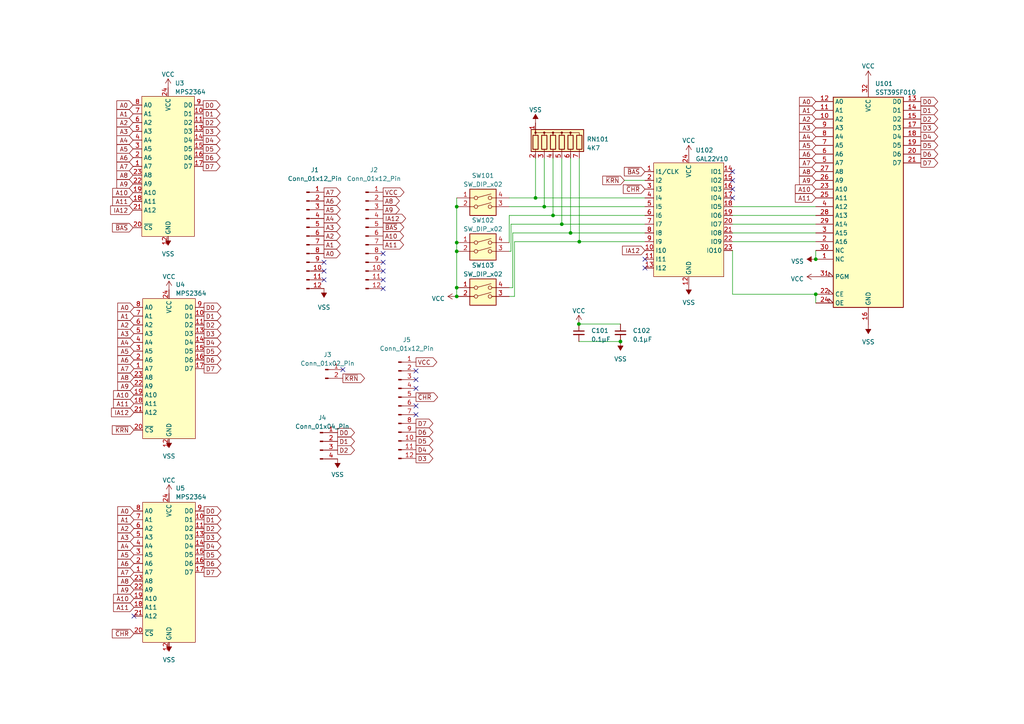
<source format=kicad_sch>
(kicad_sch (version 20230121) (generator eeschema)
  (paper "A4")
  (title_block (title "Commodore 64 326298 ROM Replacer / Selector") (date "2023-10-28") (rev "1.0") (company "Copyright (c) 2023 Jason R. Thorpe. See LICENSE."))
  (lib_symbols
    (symbol "Connector:Conn_01x02_Pin" (pin_names (offset 1.016) hide)
      (property "Reference" "J" (at 0 2.54 0))
      (property "Value" "Conn_01x02_Pin" (at 0 -5.08 0))
      (symbol "Conn_01x02_Pin_1_1"
        (polyline (pts (xy 1.27 -2.54) (xy 0.8636 -2.54)) (stroke (width 0.1524)))
        (polyline (pts (xy 1.27 0) (xy 0.8636 0)) (stroke (width 0.1524)))
        (rectangle (start 0.8636 -2.413) (end 0 -2.667) (stroke (width 0.1524)) (fill (type outline)))
        (rectangle (start 0.8636 0.127) (end 0 -0.127) (stroke (width 0.1524)) (fill (type outline)))
        (pin passive line (at 5.08 0 180) (length 3.81) (name "Pin_1") (number "1"))
        (pin passive line (at 5.08 -2.54 180) (length 3.81) (name "Pin_2") (number "2"))
      )
    )
    (symbol "Connector:Conn_01x04_Pin" (pin_names (offset 1.016) hide)
      (property "Reference" "J" (at 0 5.08 0))
      (property "Value" "Conn_01x04_Pin" (at 0 -7.62 0))
      (symbol "Conn_01x04_Pin_1_1"
        (polyline (pts (xy 1.27 -5.08) (xy 0.8636 -5.08)) (stroke (width 0.1524)))
        (polyline (pts (xy 1.27 -2.54) (xy 0.8636 -2.54)) (stroke (width 0.1524)))
        (polyline (pts (xy 1.27 0) (xy 0.8636 0)) (stroke (width 0.1524)))
        (polyline (pts (xy 1.27 2.54) (xy 0.8636 2.54)) (stroke (width 0.1524)))
        (rectangle (start 0.8636 -4.953) (end 0 -5.207) (stroke (width 0.1524)) (fill (type outline)))
        (rectangle (start 0.8636 -2.413) (end 0 -2.667) (stroke (width 0.1524)) (fill (type outline)))
        (rectangle (start 0.8636 0.127) (end 0 -0.127) (stroke (width 0.1524)) (fill (type outline)))
        (rectangle (start 0.8636 2.667) (end 0 2.413) (stroke (width 0.1524)) (fill (type outline)))
        (pin passive line (at 5.08 2.54 180) (length 3.81) (name "Pin_1") (number "1"))
        (pin passive line (at 5.08 0 180) (length 3.81) (name "Pin_2") (number "2"))
        (pin passive line (at 5.08 -2.54 180) (length 3.81) (name "Pin_3") (number "3"))
        (pin passive line (at 5.08 -5.08 180) (length 3.81) (name "Pin_4") (number "4"))
      )
    )
    (symbol "Connector:Conn_01x12_Pin" (pin_names (offset 1.016) hide)
      (property "Reference" "J" (at 0 15.24 0))
      (property "Value" "Conn_01x12_Pin" (at 0 -17.78 0))
      (symbol "Conn_01x12_Pin_1_1"
        (polyline (pts (xy 1.27 -15.24) (xy 0.8636 -15.24)) (stroke (width 0.1524)))
        (polyline (pts (xy 1.27 -12.7) (xy 0.8636 -12.7)) (stroke (width 0.1524)))
        (polyline (pts (xy 1.27 -10.16) (xy 0.8636 -10.16)) (stroke (width 0.1524)))
        (polyline (pts (xy 1.27 -7.62) (xy 0.8636 -7.62)) (stroke (width 0.1524)))
        (polyline (pts (xy 1.27 -5.08) (xy 0.8636 -5.08)) (stroke (width 0.1524)))
        (polyline (pts (xy 1.27 -2.54) (xy 0.8636 -2.54)) (stroke (width 0.1524)))
        (polyline (pts (xy 1.27 0) (xy 0.8636 0)) (stroke (width 0.1524)))
        (polyline (pts (xy 1.27 2.54) (xy 0.8636 2.54)) (stroke (width 0.1524)))
        (polyline (pts (xy 1.27 5.08) (xy 0.8636 5.08)) (stroke (width 0.1524)))
        (polyline (pts (xy 1.27 7.62) (xy 0.8636 7.62)) (stroke (width 0.1524)))
        (polyline (pts (xy 1.27 10.16) (xy 0.8636 10.16)) (stroke (width 0.1524)))
        (polyline (pts (xy 1.27 12.7) (xy 0.8636 12.7)) (stroke (width 0.1524)))
        (rectangle (start 0.8636 -15.113) (end 0 -15.367) (stroke (width 0.1524)) (fill (type outline)))
        (rectangle (start 0.8636 -12.573) (end 0 -12.827) (stroke (width 0.1524)) (fill (type outline)))
        (rectangle (start 0.8636 -10.033) (end 0 -10.287) (stroke (width 0.1524)) (fill (type outline)))
        (rectangle (start 0.8636 -7.493) (end 0 -7.747) (stroke (width 0.1524)) (fill (type outline)))
        (rectangle (start 0.8636 -4.953) (end 0 -5.207) (stroke (width 0.1524)) (fill (type outline)))
        (rectangle (start 0.8636 -2.413) (end 0 -2.667) (stroke (width 0.1524)) (fill (type outline)))
        (rectangle (start 0.8636 0.127) (end 0 -0.127) (stroke (width 0.1524)) (fill (type outline)))
        (rectangle (start 0.8636 2.667) (end 0 2.413) (stroke (width 0.1524)) (fill (type outline)))
        (rectangle (start 0.8636 5.207) (end 0 4.953) (stroke (width 0.1524)) (fill (type outline)))
        (rectangle (start 0.8636 7.747) (end 0 7.493) (stroke (width 0.1524)) (fill (type outline)))
        (rectangle (start 0.8636 10.287) (end 0 10.033) (stroke (width 0.1524)) (fill (type outline)))
        (rectangle (start 0.8636 12.827) (end 0 12.573) (stroke (width 0.1524)) (fill (type outline)))
        (pin passive line (at 5.08 12.7 180) (length 3.81) (name "Pin_1") (number "1"))
        (pin passive line (at 5.08 -10.16 180) (length 3.81) (name "Pin_10") (number "10"))
        (pin passive line (at 5.08 -12.7 180) (length 3.81) (name "Pin_11") (number "11"))
        (pin passive line (at 5.08 -15.24 180) (length 3.81) (name "Pin_12") (number "12"))
        (pin passive line (at 5.08 10.16 180) (length 3.81) (name "Pin_2") (number "2"))
        (pin passive line (at 5.08 7.62 180) (length 3.81) (name "Pin_3") (number "3"))
        (pin passive line (at 5.08 5.08 180) (length 3.81) (name "Pin_4") (number "4"))
        (pin passive line (at 5.08 2.54 180) (length 3.81) (name "Pin_5") (number "5"))
        (pin passive line (at 5.08 0 180) (length 3.81) (name "Pin_6") (number "6"))
        (pin passive line (at 5.08 -2.54 180) (length 3.81) (name "Pin_7") (number "7"))
        (pin passive line (at 5.08 -5.08 180) (length 3.81) (name "Pin_8") (number "8"))
        (pin passive line (at 5.08 -7.62 180) (length 3.81) (name "Pin_9") (number "9"))
      )
    )
    (symbol "Device:C_Small" (pin_numbers hide) (pin_names (offset 0.254) hide)
      (property "Reference" "C" (at 0.254 1.778 0))
      (property "Value" "C_Small" (at 0.254 -2.032 0))
      (symbol "C_Small_0_1"
        (polyline (pts (xy -1.524 -0.508) (xy 1.524 -0.508)) (stroke (width 0.3302)))
        (polyline (pts (xy -1.524 0.508) (xy 1.524 0.508)) (stroke (width 0.3048)))
      )
      (symbol "C_Small_1_1"
        (pin passive line (at 0 2.54 270) (length 2.032) (name "~") (number "1"))
        (pin passive line (at 0 -2.54 90) (length 2.032) (name "~") (number "2"))
      )
    )
    (symbol "Device:R_Network06" (pin_names (offset 0) hide)
      (property "Reference" "RN" (at -10.16 0 90))
      (property "Value" "R_Network06" (at 7.62 0 90))
      (symbol "R_Network06_0_1"
        (rectangle (start -8.89 -3.175) (end 6.35 3.175) (stroke (width 0.254)) (fill (type background)))
        (rectangle (start -8.382 1.524) (end -6.858 -2.54) (stroke (width 0.254)))
        (circle (center -7.62 2.286) (radius 0.254) (fill (type outline)))
        (rectangle (start -5.842 1.524) (end -4.318 -2.54) (stroke (width 0.254)))
        (circle (center -5.08 2.286) (radius 0.254) (fill (type outline)))
        (rectangle (start -3.302 1.524) (end -1.778 -2.54) (stroke (width 0.254)))
        (circle (center -2.54 2.286) (radius 0.254) (fill (type outline)))
        (rectangle (start -0.762 1.524) (end 0.762 -2.54) (stroke (width 0.254)))
        (polyline (pts (xy -7.62 -2.54) (xy -7.62 -3.81)))
        (polyline (pts (xy -5.08 -2.54) (xy -5.08 -3.81)))
        (polyline (pts (xy -2.54 -2.54) (xy -2.54 -3.81)))
        (polyline (pts (xy 0 -2.54) (xy 0 -3.81)))
        (polyline (pts (xy 2.54 -2.54) (xy 2.54 -3.81)))
        (polyline (pts (xy 5.08 -2.54) (xy 5.08 -3.81)))
        (polyline (pts (xy -7.62 1.524) (xy -7.62 2.286) (xy -5.08 2.286) (xy -5.08 1.524)))
        (polyline (pts (xy -5.08 1.524) (xy -5.08 2.286) (xy -2.54 2.286) (xy -2.54 1.524)))
        (polyline (pts (xy -2.54 1.524) (xy -2.54 2.286) (xy 0 2.286) (xy 0 1.524)))
        (polyline (pts (xy 0 1.524) (xy 0 2.286) (xy 2.54 2.286) (xy 2.54 1.524)))
        (polyline (pts (xy 2.54 1.524) (xy 2.54 2.286) (xy 5.08 2.286) (xy 5.08 1.524)))
        (circle (center 0 2.286) (radius 0.254) (fill (type outline)))
        (rectangle (start 1.778 1.524) (end 3.302 -2.54) (stroke (width 0.254)))
        (circle (center 2.54 2.286) (radius 0.254) (fill (type outline)))
        (rectangle (start 4.318 1.524) (end 5.842 -2.54) (stroke (width 0.254)))
      )
      (symbol "R_Network06_1_1"
        (pin passive line (at -7.62 5.08 270) (length 2.54) (name "common") (number "1"))
        (pin passive line (at -7.62 -5.08 90) (length 1.27) (name "R1") (number "2"))
        (pin passive line (at -5.08 -5.08 90) (length 1.27) (name "R2") (number "3"))
        (pin passive line (at -2.54 -5.08 90) (length 1.27) (name "R3") (number "4"))
        (pin passive line (at 0 -5.08 90) (length 1.27) (name "R4") (number "5"))
        (pin passive line (at 2.54 -5.08 90) (length 1.27) (name "R5") (number "6"))
        (pin passive line (at 5.08 -5.08 90) (length 1.27) (name "R6") (number "7"))
      )
    )
    (symbol "Memory_Flash:SST39SF010"
      (property "Reference" "U" (at 2.54 33.02 0))
      (property "Value" "SST39SF010" (at 0 -30.48 0))
      (symbol "SST39SF010_0_0"
        (pin power_in line (at 0 -34.29 90) (length 5.08) (name "GND") (number "16"))
        (pin power_in line (at 0 36.83 270) (length 5.08) (name "VCC") (number "32"))
      )
      (symbol "SST39SF010_0_1"
        (rectangle (start -10.16 31.75) (end 10.16 -29.21) (stroke (width 0.254)) (fill (type background)))
      )
      (symbol "SST39SF010_1_1"
        (pin input line (at -15.24 -15.24 0) (length 5.08) (name "NC") (number "1"))
        (pin input line (at -15.24 25.4 0) (length 5.08) (name "A2") (number "10"))
        (pin input line (at -15.24 27.94 0) (length 5.08) (name "A1") (number "11"))
        (pin input line (at -15.24 30.48 0) (length 5.08) (name "A0") (number "12"))
        (pin tri_state line (at 15.24 30.48 180) (length 5.08) (name "D0") (number "13"))
        (pin tri_state line (at 15.24 27.94 180) (length 5.08) (name "D1") (number "14"))
        (pin tri_state line (at 15.24 25.4 180) (length 5.08) (name "D2") (number "15"))
        (pin tri_state line (at 15.24 22.86 180) (length 5.08) (name "D3") (number "17"))
        (pin tri_state line (at 15.24 20.32 180) (length 5.08) (name "D4") (number "18"))
        (pin tri_state line (at 15.24 17.78 180) (length 5.08) (name "D5") (number "19"))
        (pin input line (at -15.24 -10.16 0) (length 5.08) (name "A16") (number "2"))
        (pin tri_state line (at 15.24 15.24 180) (length 5.08) (name "D6") (number "20"))
        (pin tri_state line (at 15.24 12.7 180) (length 5.08) (name "D7") (number "21"))
        (pin input input_low (at -15.24 -25.4 0) (length 5.08) (name "CE") (number "22"))
        (pin input line (at -15.24 5.08 0) (length 5.08) (name "A10") (number "23"))
        (pin input input_low (at -15.24 -27.94 0) (length 5.08) (name "OE") (number "24"))
        (pin input line (at -15.24 2.54 0) (length 5.08) (name "A11") (number "25"))
        (pin input line (at -15.24 7.62 0) (length 5.08) (name "A9") (number "26"))
        (pin input line (at -15.24 10.16 0) (length 5.08) (name "A8") (number "27"))
        (pin input line (at -15.24 -2.54 0) (length 5.08) (name "A13") (number "28"))
        (pin input line (at -15.24 -5.08 0) (length 5.08) (name "A14") (number "29"))
        (pin input line (at -15.24 -7.62 0) (length 5.08) (name "A15") (number "3"))
        (pin input line (at -15.24 -12.7 0) (length 5.08) (name "NC") (number "30"))
        (pin input input_low (at -15.24 -20.32 0) (length 5.08) (name "PGM") (number "31"))
        (pin input line (at -15.24 0 0) (length 5.08) (name "A12") (number "4"))
        (pin input line (at -15.24 12.7 0) (length 5.08) (name "A7") (number "5"))
        (pin input line (at -15.24 15.24 0) (length 5.08) (name "A6") (number "6"))
        (pin input line (at -15.24 17.78 0) (length 5.08) (name "A5") (number "7"))
        (pin input line (at -15.24 20.32 0) (length 5.08) (name "A4") (number "8"))
        (pin input line (at -15.24 22.86 0) (length 5.08) (name "A3") (number "9"))
      )
    )
    (symbol "Switch:SW_DIP_x02" (pin_names (offset 0) hide)
      (property "Reference" "SW" (at 0 6.35 0))
      (property "Value" "SW_DIP_x02" (at 0 -3.81 0))
      (symbol "SW_DIP_x02_0_0"
        (circle (center -2.032 0) (radius 0.508))
        (circle (center -2.032 2.54) (radius 0.508))
        (polyline (pts (xy -1.524 0.127) (xy 2.3622 1.1684)))
        (polyline (pts (xy -1.524 2.667) (xy 2.3622 3.7084)))
        (circle (center 2.032 0) (radius 0.508))
        (circle (center 2.032 2.54) (radius 0.508))
      )
      (symbol "SW_DIP_x02_0_1"
        (rectangle (start -3.81 5.08) (end 3.81 -2.54) (stroke (width 0.254)) (fill (type background)))
      )
      (symbol "SW_DIP_x02_1_1"
        (pin passive line (at -7.62 2.54 0) (length 5.08) (name "~") (number "1"))
        (pin passive line (at -7.62 0 0) (length 5.08) (name "~") (number "2"))
        (pin passive line (at 7.62 0 180) (length 5.08) (name "~") (number "3"))
        (pin passive line (at 7.62 2.54 180) (length 5.08) (name "~") (number "4"))
      )
    )
    (symbol "jrt-ICs:GAL22V10" (pin_names (offset 0.5))
      (property "Reference" "U" (at 2.54 20.32 0))
      (property "Value" "GAL22V10" (at 0 0 0))
      (symbol "GAL22V10_1_1"
        (rectangle (start -10.16 16.51) (end 10.16 -16.51) (fill (type background)))
        (pin input line (at -12.7 13.97 0) (length 2.54) (name "I1/CLK") (number "1"))
        (pin input line (at -12.7 -8.89 0) (length 2.54) (name "I10") (number "10"))
        (pin input line (at -12.7 -11.43 0) (length 2.54) (name "I11") (number "11"))
        (pin power_in line (at 0 -19.05 90) (length 2.54) (name "GND") (number "12"))
        (pin input line (at -12.7 -13.97 0) (length 2.54) (name "I12") (number "13"))
        (pin tri_state line (at 12.7 13.97 180) (length 2.54) (name "IO1") (number "14"))
        (pin tri_state line (at 12.7 11.43 180) (length 2.54) (name "IO2") (number "15"))
        (pin tri_state line (at 12.7 8.89 180) (length 2.54) (name "IO3") (number "16"))
        (pin tri_state line (at 12.7 6.35 180) (length 2.54) (name "IO4") (number "17"))
        (pin tri_state line (at 12.7 3.81 180) (length 2.54) (name "IO5") (number "18"))
        (pin tri_state line (at 12.7 1.27 180) (length 2.54) (name "IO6") (number "19"))
        (pin input line (at -12.7 11.43 0) (length 2.54) (name "I2") (number "2"))
        (pin tri_state line (at 12.7 -1.27 180) (length 2.54) (name "IO7") (number "20"))
        (pin tri_state line (at 12.7 -3.81 180) (length 2.54) (name "IO8") (number "21"))
        (pin tri_state line (at 12.7 -6.35 180) (length 2.54) (name "IO9") (number "22"))
        (pin tri_state line (at 12.7 -8.89 180) (length 2.54) (name "IO10") (number "23"))
        (pin power_in line (at 0 19.05 270) (length 2.54) (name "VCC") (number "24"))
        (pin input line (at -12.7 8.89 0) (length 2.54) (name "I3") (number "3"))
        (pin input line (at -12.7 6.35 0) (length 2.54) (name "I4") (number "4"))
        (pin input line (at -12.7 3.81 0) (length 2.54) (name "I5") (number "5"))
        (pin input line (at -12.7 1.27 0) (length 2.54) (name "I6") (number "6"))
        (pin input line (at -12.7 -1.27 0) (length 2.54) (name "I7") (number "7"))
        (pin input line (at -12.7 -3.81 0) (length 2.54) (name "I8") (number "8"))
        (pin input line (at -12.7 -6.35 0) (length 2.54) (name "I9") (number "9"))
      )
    )
    (symbol "jrt-ICs:MPS2364"
      (property "Reference" "U" (at 7.62 22.86 0))
      (property "Value" "MPS2364" (at 7.62 20.32 0))
      (symbol "MPS2364_1_1"
        (rectangle (start -7.62 17.78) (end 7.62 -22.86) (fill (type background)))
        (pin input line (at -10.16 -2.54 0) (length 2.54) (name "A7") (number "1"))
        (pin output line (at 10.16 12.7 180) (length 2.54) (name "D1") (number "10"))
        (pin output line (at 10.16 10.16 180) (length 2.54) (name "D2") (number "11"))
        (pin power_in line (at 0 -25.4 90) (length 2.54) (name "GND") (number "12"))
        (pin output line (at 10.16 7.62 180) (length 2.54) (name "D3") (number "13"))
        (pin output line (at 10.16 5.08 180) (length 2.54) (name "D4") (number "14"))
        (pin output line (at 10.16 2.54 180) (length 2.54) (name "D5") (number "15"))
        (pin output line (at 10.16 0 180) (length 2.54) (name "D6") (number "16"))
        (pin output line (at 10.16 -2.54 180) (length 2.54) (name "D7") (number "17"))
        (pin input line (at -10.16 -12.7 0) (length 2.54) (name "A11") (number "18"))
        (pin input line (at -10.16 -10.16 0) (length 2.54) (name "A10") (number "19"))
        (pin input line (at -10.16 0 0) (length 2.54) (name "A6") (number "2"))
        (pin input line (at -10.16 -20.32 0) (length 2.54) (name "~{CS}") (number "20"))
        (pin input line (at -10.16 -15.24 0) (length 2.54) (name "A12") (number "21"))
        (pin input line (at -10.16 -7.62 0) (length 2.54) (name "A9") (number "22"))
        (pin input line (at -10.16 -5.08 0) (length 2.54) (name "A8") (number "23"))
        (pin power_in line (at 0 20.32 270) (length 2.54) (name "VCC") (number "24"))
        (pin input line (at -10.16 2.54 0) (length 2.54) (name "A5") (number "3"))
        (pin input line (at -10.16 5.08 0) (length 2.54) (name "A4") (number "4"))
        (pin input line (at -10.16 7.62 0) (length 2.54) (name "A3") (number "5"))
        (pin input line (at -10.16 10.16 0) (length 2.54) (name "A2") (number "6"))
        (pin input line (at -10.16 12.7 0) (length 2.54) (name "A1") (number "7"))
        (pin input line (at -10.16 15.24 0) (length 2.54) (name "A0") (number "8"))
        (pin output line (at 10.16 15.24 180) (length 2.54) (name "D0") (number "9"))
      )
    )
    (symbol "power:VCC" (power) (pin_names (offset 0))
      (property "Value" "VCC" (at 0 3.81 0))
      (symbol "VCC_0_1"
        (polyline (pts (xy -0.762 1.27) (xy 0 2.54)))
        (polyline (pts (xy 0 0) (xy 0 2.54)))
        (polyline (pts (xy 0 2.54) (xy 0.762 1.27)))
      )
      (symbol "VCC_1_1"
        (pin power_in line (at 0 0 90) (length 0) hide (name "VCC") (number "1"))
      )
    )
    (symbol "power:VSS" (power) (pin_names (offset 0))
      (property "Value" "VSS" (at 0 3.81 0))
      (symbol "VSS_0_1"
        (polyline (pts (xy 0 0) (xy 0 2.54)))
        (polyline (pts (xy 0.762 1.27) (xy -0.762 1.27) (xy 0 2.54) (xy 0.762 1.27)) (fill (type outline)))
      )
      (symbol "VSS_1_1"
        (pin power_in line (at 0 0 90) (length 0) hide (name "VSS") (number "1"))
      )
    )
  )
  (junction (at 179.959 99.06))
  (junction (at 236.601 75.184))
  (junction (at 167.894 93.98))
  (junction (at 132.461 83.439))
  (junction (at 168.021 70.104))
  (junction (at 165.481 67.564))
  (junction (at 236.601 85.344))
  (junction (at 160.401 62.484))
  (junction (at 132.461 70.358))
  (junction (at 162.941 65.024))
  (junction (at 132.461 72.898))
  (junction (at 155.321 57.404))
  (junction (at 132.461 59.944))
  (junction (at 157.861 59.944))
  (junction (at 132.461 85.979))
  (no_connect (at 187.071 77.724))
  (no_connect (at 212.471 54.864))
  (no_connect (at 111.125 73.533))
  (no_connect (at 111.125 83.693))
  (no_connect (at 93.98 78.613))
  (no_connect (at 120.65 117.729))
  (no_connect (at 93.98 76.073))
  (no_connect (at 111.125 76.073))
  (no_connect (at 111.125 78.613))
  (no_connect (at 120.65 110.109))
  (no_connect (at 212.471 49.784))
  (no_connect (at 99.441 107.188))
  (no_connect (at 187.071 75.184))
  (no_connect (at 212.471 52.324))
  (no_connect (at 120.65 107.569))
  (no_connect (at 212.471 57.404))
  (no_connect (at 120.65 120.269))
  (no_connect (at 93.98 81.153))
  (no_connect (at 38.862 178.689))
  (no_connect (at 120.65 112.649))
  (no_connect (at 111.125 81.153))
  (wire (pts (xy 236.601 85.344) (xy 236.601 87.884)))
  (wire (pts (xy 212.471 65.024) (xy 236.601 65.024)))
  (wire (pts (xy 165.481 45.847) (xy 165.481 67.564)))
  (wire (pts (xy 147.701 62.484) (xy 160.401 62.484)))
  (wire (pts (xy 160.401 45.847) (xy 160.401 62.484)))
  (wire (pts (xy 212.471 70.104) (xy 236.601 70.104)))
  (wire (pts (xy 165.481 67.564) (xy 187.071 67.564)))
  (wire (pts (xy 162.941 45.847) (xy 162.941 65.024)))
  (wire (pts (xy 149.225 70.104) (xy 168.021 70.104)))
  (wire (pts (xy 212.471 59.944) (xy 236.601 59.944)))
  (wire (pts (xy 147.701 70.358) (xy 147.701 62.484)))
  (wire (pts (xy 149.225 85.979) (xy 149.225 70.104)))
  (wire (pts (xy 147.701 57.404) (xy 155.321 57.404)))
  (wire (pts (xy 148.717 67.564) (xy 165.481 67.564)))
  (wire (pts (xy 212.471 72.644) (xy 212.471 85.344)))
  (wire (pts (xy 132.461 70.358) (xy 132.461 72.898)))
  (wire (pts (xy 147.701 85.979) (xy 149.225 85.979)))
  (wire (pts (xy 148.209 65.024) (xy 162.941 65.024)))
  (wire (pts (xy 148.209 72.898) (xy 148.209 65.024)))
  (wire (pts (xy 212.471 67.564) (xy 236.601 67.564)))
  (wire (pts (xy 148.717 83.439) (xy 148.717 67.564)))
  (wire (pts (xy 167.894 93.98) (xy 179.959 93.98)))
  (wire (pts (xy 160.401 62.484) (xy 187.071 62.484)))
  (wire (pts (xy 157.861 45.847) (xy 157.861 59.944)))
  (wire (pts (xy 132.461 83.439) (xy 132.461 85.979)))
  (wire (pts (xy 181.102 52.324) (xy 187.071 52.324)))
  (wire (pts (xy 168.021 70.104) (xy 187.071 70.104)))
  (wire (pts (xy 132.461 72.898) (xy 132.461 83.439)))
  (wire (pts (xy 132.461 57.404) (xy 132.461 59.944)))
  (wire (pts (xy 168.021 45.847) (xy 168.021 70.104)))
  (wire (pts (xy 157.861 59.944) (xy 187.071 59.944)))
  (wire (pts (xy 155.321 57.404) (xy 187.071 57.404)))
  (wire (pts (xy 236.601 72.644) (xy 236.601 75.184)))
  (wire (pts (xy 132.461 59.944) (xy 132.461 70.358)))
  (wire (pts (xy 167.894 99.06) (xy 179.959 99.06)))
  (wire (pts (xy 147.701 59.944) (xy 157.861 59.944)))
  (wire (pts (xy 147.701 83.439) (xy 148.717 83.439)))
  (wire (pts (xy 212.471 62.484) (xy 236.601 62.484)))
  (wire (pts (xy 162.941 65.024) (xy 187.071 65.024)))
  (wire (pts (xy 212.471 85.344) (xy 236.601 85.344)))
  (wire (pts (xy 155.321 45.847) (xy 155.321 57.404)))
  (wire (pts (xy 147.701 72.898) (xy 148.209 72.898)))
  (global_label "A8" (shape input) (at 38.862 168.529 180) (property "Intersheetrefs" "${INTERSHEET_REFS}" (effects hide)))
  (global_label "~{BAS}" (shape output) (at 111.125 65.913 0) (property "Intersheetrefs" "${INTERSHEET_REFS}" (effects hide)))
  (global_label "~{KRN}" (shape output) (at 99.441 109.728 0) (property "Intersheetrefs" "${INTERSHEET_REFS}" (effects hide)))
  (global_label "A5" (shape output) (at 93.98 60.833 0) (property "Intersheetrefs" "${INTERSHEET_REFS}" (effects hide)))
  (global_label "D3" (shape output) (at 59.182 96.774 0) (property "Intersheetrefs" "${INTERSHEET_REFS}" (effects hide)))
  (global_label "D5" (shape output) (at 59.182 160.909 0) (property "Intersheetrefs" "${INTERSHEET_REFS}" (effects hide)))
  (global_label "D7" (shape output) (at 267.081 47.244 0) (property "Intersheetrefs" "${INTERSHEET_REFS}" (effects hide)))
  (global_label "A1" (shape input) (at 38.862 150.749 180) (property "Intersheetrefs" "${INTERSHEET_REFS}" (effects hide)))
  (global_label "D2" (shape output) (at 58.928 35.56 0) (property "Intersheetrefs" "${INTERSHEET_REFS}" (effects hide)))
  (global_label "D1" (shape output) (at 58.928 33.02 0) (property "Intersheetrefs" "${INTERSHEET_REFS}" (effects hide)))
  (global_label "D0" (shape output) (at 58.928 30.48 0) (property "Intersheetrefs" "${INTERSHEET_REFS}" (effects hide)))
  (global_label "VCC" (shape output) (at 120.65 105.029 0) (property "Intersheetrefs" "${INTERSHEET_REFS}" (effects hide)))
  (global_label "D5" (shape output) (at 59.182 101.854 0) (property "Intersheetrefs" "${INTERSHEET_REFS}" (effects hide)))
  (global_label "A2" (shape input) (at 38.608 35.56 180) (property "Intersheetrefs" "${INTERSHEET_REFS}" (effects hide)))
  (global_label "A7" (shape input) (at 38.608 48.26 180) (property "Intersheetrefs" "${INTERSHEET_REFS}" (effects hide)))
  (global_label "A2" (shape input) (at 236.601 34.544 180) (property "Intersheetrefs" "${INTERSHEET_REFS}" (effects hide)))
  (global_label "D2" (shape output) (at 59.182 94.234 0) (property "Intersheetrefs" "${INTERSHEET_REFS}" (effects hide)))
  (global_label "A9" (shape output) (at 111.125 60.833 0) (property "Intersheetrefs" "${INTERSHEET_REFS}" (effects hide)))
  (global_label "D7" (shape output) (at 59.182 165.989 0) (property "Intersheetrefs" "${INTERSHEET_REFS}" (effects hide)))
  (global_label "D1" (shape output) (at 59.182 91.694 0) (property "Intersheetrefs" "${INTERSHEET_REFS}" (effects hide)))
  (global_label "A0" (shape input) (at 236.601 29.464 180) (property "Intersheetrefs" "${INTERSHEET_REFS}" (effects hide)))
  (global_label "A4" (shape input) (at 38.862 158.369 180) (property "Intersheetrefs" "${INTERSHEET_REFS}" (effects hide)))
  (global_label "A0" (shape input) (at 38.862 89.154 180) (property "Intersheetrefs" "${INTERSHEET_REFS}" (effects hide)))
  (global_label "A1" (shape input) (at 236.601 32.004 180) (property "Intersheetrefs" "${INTERSHEET_REFS}" (effects hide)))
  (global_label "D4" (shape output) (at 59.182 99.314 0) (property "Intersheetrefs" "${INTERSHEET_REFS}" (effects hide)))
  (global_label "A5" (shape input) (at 38.862 160.909 180) (property "Intersheetrefs" "${INTERSHEET_REFS}" (effects hide)))
  (global_label "A7" (shape input) (at 38.862 106.934 180) (property "Intersheetrefs" "${INTERSHEET_REFS}" (effects hide)))
  (global_label "D0" (shape output) (at 59.182 89.154 0) (property "Intersheetrefs" "${INTERSHEET_REFS}" (effects hide)))
  (global_label "A9" (shape input) (at 236.601 52.324 180) (property "Intersheetrefs" "${INTERSHEET_REFS}" (effects hide)))
  (global_label "A7" (shape input) (at 236.601 47.244 180) (property "Intersheetrefs" "${INTERSHEET_REFS}" (effects hide)))
  (global_label "~{CHR}" (shape output) (at 120.65 115.189 0) (property "Intersheetrefs" "${INTERSHEET_REFS}" (effects hide)))
  (global_label "D6" (shape output) (at 58.928 45.72 0) (property "Intersheetrefs" "${INTERSHEET_REFS}" (effects hide)))
  (global_label "A6" (shape input) (at 38.862 104.394 180) (property "Intersheetrefs" "${INTERSHEET_REFS}" (effects hide)))
  (global_label "D3" (shape output) (at 59.182 155.829 0) (property "Intersheetrefs" "${INTERSHEET_REFS}" (effects hide)))
  (global_label "D3" (shape output) (at 267.081 37.084 0) (property "Intersheetrefs" "${INTERSHEET_REFS}" (effects hide)))
  (global_label "D5" (shape output) (at 58.928 43.18 0) (property "Intersheetrefs" "${INTERSHEET_REFS}" (effects hide)))
  (global_label "D1" (shape output) (at 97.917 128.016 0) (property "Intersheetrefs" "${INTERSHEET_REFS}" (effects hide)))
  (global_label "A11" (shape input) (at 236.601 57.404 180) (property "Intersheetrefs" "${INTERSHEET_REFS}" (effects hide)))
  (global_label "D6" (shape output) (at 120.65 125.349 0) (property "Intersheetrefs" "${INTERSHEET_REFS}" (effects hide)))
  (global_label "IA12" (shape input) (at 38.608 60.96 180) (property "Intersheetrefs" "${INTERSHEET_REFS}" (effects hide)))
  (global_label "A5" (shape input) (at 38.608 43.18 180) (property "Intersheetrefs" "${INTERSHEET_REFS}" (effects hide)))
  (global_label "D6" (shape output) (at 59.182 104.394 0) (property "Intersheetrefs" "${INTERSHEET_REFS}" (effects hide)))
  (global_label "A9" (shape input) (at 38.862 112.014 180) (property "Intersheetrefs" "${INTERSHEET_REFS}" (effects hide)))
  (global_label "D2" (shape output) (at 59.182 153.289 0) (property "Intersheetrefs" "${INTERSHEET_REFS}" (effects hide)))
  (global_label "A7" (shape output) (at 93.98 55.753 0) (property "Intersheetrefs" "${INTERSHEET_REFS}" (effects hide)))
  (global_label "D6" (shape output) (at 267.081 44.704 0) (property "Intersheetrefs" "${INTERSHEET_REFS}" (effects hide)))
  (global_label "D7" (shape output) (at 58.928 48.26 0) (property "Intersheetrefs" "${INTERSHEET_REFS}" (effects hide)))
  (global_label "A6" (shape input) (at 236.601 44.704 180) (property "Intersheetrefs" "${INTERSHEET_REFS}" (effects hide)))
  (global_label "D5" (shape output) (at 267.081 42.164 0) (property "Intersheetrefs" "${INTERSHEET_REFS}" (effects hide)))
  (global_label "A5" (shape input) (at 236.601 42.164 180) (property "Intersheetrefs" "${INTERSHEET_REFS}" (effects hide)))
  (global_label "D1" (shape output) (at 267.081 32.004 0) (property "Intersheetrefs" "${INTERSHEET_REFS}" (effects hide)))
  (global_label "D4" (shape output) (at 267.081 39.624 0) (property "Intersheetrefs" "${INTERSHEET_REFS}" (effects hide)))
  (global_label "A10" (shape input) (at 38.608 55.88 180) (property "Intersheetrefs" "${INTERSHEET_REFS}" (effects hide)))
  (global_label "D0" (shape output) (at 267.081 29.464 0) (property "Intersheetrefs" "${INTERSHEET_REFS}" (effects hide)))
  (global_label "~{KRN}" (shape input) (at 181.102 52.324 180) (property "Intersheetrefs" "${INTERSHEET_REFS}" (effects hide)))
  (global_label "D4" (shape output) (at 120.65 130.429 0) (property "Intersheetrefs" "${INTERSHEET_REFS}" (effects hide)))
  (global_label "A6" (shape output) (at 93.98 58.293 0) (property "Intersheetrefs" "${INTERSHEET_REFS}" (effects hide)))
  (global_label "A0" (shape input) (at 38.608 30.48 180) (property "Intersheetrefs" "${INTERSHEET_REFS}" (effects hide)))
  (global_label "A11" (shape output) (at 111.125 70.993 0) (property "Intersheetrefs" "${INTERSHEET_REFS}" (effects hide)))
  (global_label "A3" (shape input) (at 38.862 96.774 180) (property "Intersheetrefs" "${INTERSHEET_REFS}" (effects hide)))
  (global_label "IA12" (shape input) (at 38.862 119.634 180) (property "Intersheetrefs" "${INTERSHEET_REFS}" (effects hide)))
  (global_label "D4" (shape output) (at 58.928 40.64 0) (property "Intersheetrefs" "${INTERSHEET_REFS}" (effects hide)))
  (global_label "A8" (shape input) (at 38.862 109.474 180) (property "Intersheetrefs" "${INTERSHEET_REFS}" (effects hide)))
  (global_label "A0" (shape output) (at 93.98 73.533 0) (property "Intersheetrefs" "${INTERSHEET_REFS}" (effects hide)))
  (global_label "A3" (shape output) (at 93.98 65.913 0) (property "Intersheetrefs" "${INTERSHEET_REFS}" (effects hide)))
  (global_label "D5" (shape output) (at 120.65 127.889 0) (property "Intersheetrefs" "${INTERSHEET_REFS}" (effects hide)))
  (global_label "A2" (shape input) (at 38.862 94.234 180) (property "Intersheetrefs" "${INTERSHEET_REFS}" (effects hide)))
  (global_label "A4" (shape input) (at 38.608 40.64 180) (property "Intersheetrefs" "${INTERSHEET_REFS}" (effects hide)))
  (global_label "A4" (shape input) (at 38.862 99.314 180) (property "Intersheetrefs" "${INTERSHEET_REFS}" (effects hide)))
  (global_label "A11" (shape input) (at 38.862 117.094 180) (property "Intersheetrefs" "${INTERSHEET_REFS}" (effects hide)))
  (global_label "A8" (shape input) (at 236.601 49.784 180) (property "Intersheetrefs" "${INTERSHEET_REFS}" (effects hide)))
  (global_label "A3" (shape input) (at 38.862 155.829 180) (property "Intersheetrefs" "${INTERSHEET_REFS}" (effects hide)))
  (global_label "A10" (shape input) (at 38.862 114.554 180) (property "Intersheetrefs" "${INTERSHEET_REFS}" (effects hide)))
  (global_label "~{BAS}" (shape input) (at 187.071 49.784 180) (property "Intersheetrefs" "${INTERSHEET_REFS}" (effects hide)))
  (global_label "VCC" (shape output) (at 111.125 55.753 0) (property "Intersheetrefs" "${INTERSHEET_REFS}" (effects hide)))
  (global_label "A10" (shape input) (at 236.601 54.864 180) (property "Intersheetrefs" "${INTERSHEET_REFS}" (effects hide)))
  (global_label "A1" (shape input) (at 38.862 91.694 180) (property "Intersheetrefs" "${INTERSHEET_REFS}" (effects hide)))
  (global_label "A9" (shape input) (at 38.608 53.34 180) (property "Intersheetrefs" "${INTERSHEET_REFS}" (effects hide)))
  (global_label "D2" (shape output) (at 267.081 34.544 0) (property "Intersheetrefs" "${INTERSHEET_REFS}" (effects hide)))
  (global_label "A8" (shape input) (at 38.608 50.8 180) (property "Intersheetrefs" "${INTERSHEET_REFS}" (effects hide)))
  (global_label "IA12" (shape input) (at 187.071 72.644 180) (property "Intersheetrefs" "${INTERSHEET_REFS}" (effects hide)))
  (global_label "A6" (shape input) (at 38.608 45.72 180) (property "Intersheetrefs" "${INTERSHEET_REFS}" (effects hide)))
  (global_label "A0" (shape input) (at 38.862 148.209 180) (property "Intersheetrefs" "${INTERSHEET_REFS}" (effects hide)))
  (global_label "A8" (shape output) (at 111.125 58.293 0) (property "Intersheetrefs" "${INTERSHEET_REFS}" (effects hide)))
  (global_label "A9" (shape input) (at 38.862 171.069 180) (property "Intersheetrefs" "${INTERSHEET_REFS}" (effects hide)))
  (global_label "A4" (shape output) (at 93.98 63.373 0) (property "Intersheetrefs" "${INTERSHEET_REFS}" (effects hide)))
  (global_label "D3" (shape output) (at 58.928 38.1 0) (property "Intersheetrefs" "${INTERSHEET_REFS}" (effects hide)))
  (global_label "IA12" (shape output) (at 111.125 63.373 0) (property "Intersheetrefs" "${INTERSHEET_REFS}" (effects hide)))
  (global_label "D7" (shape output) (at 120.65 122.809 0) (property "Intersheetrefs" "${INTERSHEET_REFS}" (effects hide)))
  (global_label "A1" (shape input) (at 38.608 33.02 180) (property "Intersheetrefs" "${INTERSHEET_REFS}" (effects hide)))
  (global_label "D0" (shape output) (at 59.182 148.209 0) (property "Intersheetrefs" "${INTERSHEET_REFS}" (effects hide)))
  (global_label "A6" (shape input) (at 38.862 163.449 180) (property "Intersheetrefs" "${INTERSHEET_REFS}" (effects hide)))
  (global_label "A2" (shape input) (at 38.862 153.289 180) (property "Intersheetrefs" "${INTERSHEET_REFS}" (effects hide)))
  (global_label "~{CHR}" (shape input) (at 187.071 54.864 180) (property "Intersheetrefs" "${INTERSHEET_REFS}" (effects hide)))
  (global_label "~{KRN}" (shape input) (at 38.862 124.714 180) (property "Intersheetrefs" "${INTERSHEET_REFS}" (effects hide)))
  (global_label "D7" (shape output) (at 59.182 106.934 0) (property "Intersheetrefs" "${INTERSHEET_REFS}" (effects hide)))
  (global_label "A1" (shape output) (at 93.98 70.993 0) (property "Intersheetrefs" "${INTERSHEET_REFS}" (effects hide)))
  (global_label "A3" (shape input) (at 236.601 37.084 180) (property "Intersheetrefs" "${INTERSHEET_REFS}" (effects hide)))
  (global_label "A10" (shape input) (at 38.862 173.609 180) (property "Intersheetrefs" "${INTERSHEET_REFS}" (effects hide)))
  (global_label "A7" (shape input) (at 38.862 165.989 180) (property "Intersheetrefs" "${INTERSHEET_REFS}" (effects hide)))
  (global_label "A10" (shape output) (at 111.125 68.453 0) (property "Intersheetrefs" "${INTERSHEET_REFS}" (effects hide)))
  (global_label "A4" (shape input) (at 236.601 39.624 180) (property "Intersheetrefs" "${INTERSHEET_REFS}" (effects hide)))
  (global_label "~{BAS}" (shape input) (at 38.608 66.04 180) (property "Intersheetrefs" "${INTERSHEET_REFS}" (effects hide)))
  (global_label "D0" (shape output) (at 97.917 125.476 0) (property "Intersheetrefs" "${INTERSHEET_REFS}" (effects hide)))
  (global_label "A5" (shape input) (at 38.862 101.854 180) (property "Intersheetrefs" "${INTERSHEET_REFS}" (effects hide)))
  (global_label "A11" (shape input) (at 38.608 58.42 180) (property "Intersheetrefs" "${INTERSHEET_REFS}" (effects hide)))
  (global_label "D2" (shape output) (at 97.917 130.556 0) (property "Intersheetrefs" "${INTERSHEET_REFS}" (effects hide)))
  (global_label "D6" (shape output) (at 59.182 163.449 0) (property "Intersheetrefs" "${INTERSHEET_REFS}" (effects hide)))
  (global_label "A11" (shape input) (at 38.862 176.149 180) (property "Intersheetrefs" "${INTERSHEET_REFS}" (effects hide)))
  (global_label "D1" (shape output) (at 59.182 150.749 0) (property "Intersheetrefs" "${INTERSHEET_REFS}" (effects hide)))
  (global_label "A3" (shape input) (at 38.608 38.1 180) (property "Intersheetrefs" "${INTERSHEET_REFS}" (effects hide)))
  (global_label "D3" (shape output) (at 120.65 132.969 0) (property "Intersheetrefs" "${INTERSHEET_REFS}" (effects hide)))
  (global_label "A2" (shape output) (at 93.98 68.453 0) (property "Intersheetrefs" "${INTERSHEET_REFS}" (effects hide)))
  (global_label "~{CHR}" (shape input) (at 38.862 183.769 180) (property "Intersheetrefs" "${INTERSHEET_REFS}" (effects hide)))
  (global_label "D4" (shape output) (at 59.182 158.369 0) (property "Intersheetrefs" "${INTERSHEET_REFS}" (effects hide)))
  (symbol (lib_id "Connector:Conn_01x12_Pin") (at 115.57 117.729 0) (unit 1)
    (property "Reference" "J5" (at 117.983 98.552 0))
    (property "Value" "Conn_01x12_Pin" (at 117.983 101.092 0))
    (property "Footprint" "Connector_PinHeader_2.54mm:PinHeader_1x12_P2.54mm_Vertical" (effects hide))
  )
  (symbol (lib_id "power:VCC") (at 167.894 93.98 0) (unit 1)
    (property "Reference" "#PWR0118" (effects hide))
    (property "Value" "VCC" (at 167.894 90.17 0))
  )
  (symbol (lib_id "power:VSS") (at 199.771 82.804 180) (unit 1)
    (property "Reference" "#PWR0104" (effects hide))
    (property "Value" "VSS" (at 199.771 87.757 0))
  )
  (symbol (lib_id "power:VCC") (at 251.841 23.114 0) (unit 1)
    (property "Reference" "#PWR0106" (effects hide))
    (property "Value" "VCC" (at 251.841 19.177 0))
  )
  (symbol (lib_id "Switch:SW_DIP_x02") (at 140.081 85.979 0) (unit 1)
    (property "Reference" "SW103" (at 140.081 76.962 0))
    (property "Value" "SW_DIP_x02" (at 140.081 79.502 0))
    (property "Footprint" "Button_Switch_THT:SW_DIP_SPSTx02_Slide_9.78x7.26mm_W7.62mm_P2.54mm" (effects hide))
  )
  (symbol (lib_id "Switch:SW_DIP_x02") (at 140.081 72.898 0) (unit 1)
    (property "Reference" "SW102" (at 140.081 63.881 0))
    (property "Value" "SW_DIP_x02" (at 140.081 66.421 0))
    (property "Footprint" "Button_Switch_THT:SW_DIP_SPSTx02_Slide_9.78x7.26mm_W7.62mm_P2.54mm" (effects hide))
  )
  (symbol (lib_id "Connector:Conn_01x12_Pin") (at 88.9 68.453 0) (unit 1)
    (property "Reference" "J1" (at 91.313 49.276 0))
    (property "Value" "Conn_01x12_Pin" (at 91.313 51.816 0))
    (property "Footprint" "Connector_PinHeader_2.54mm:PinHeader_1x12_P2.54mm_Vertical" (effects hide))
  )
  (symbol (lib_id "power:VSS") (at 155.321 35.687 0) (unit 1)
    (property "Reference" "#PWR0107" (effects hide))
    (property "Value" "VSS" (at 155.321 31.877 0))
  )
  (symbol (lib_id "jrt-ICs:MPS2364") (at 48.768 45.72 0) (unit 1) (on_board no)
    (property "Reference" "U3" (at 50.7239 24.13 0) (effects (justify left)))
    (property "Value" "MPS2364" (at 50.7239 26.67 0) (effects (justify left)))
    (property "Footprint" "Package_DIP:DIP-24_W15.24mm_Socket" (effects hide))
  )
  (symbol (lib_id "power:VSS") (at 236.601 75.184 90) (unit 1)
    (property "Reference" "#PWR0102" (effects hide))
    (property "Value" "VSS" (at 233.172 75.819 90) (effects (justify left)))
  )
  (symbol (lib_id "power:VCC") (at 48.768 25.4 0) (unit 1)
    (property "Reference" "#PWR0109" (effects hide))
    (property "Value" "VCC" (at 48.768 21.59 0))
  )
  (symbol (lib_id "power:VSS") (at 49.022 127.254 180) (unit 1)
    (property "Reference" "#PWR0112" (effects hide))
    (property "Value" "VSS" (at 49.022 132.334 0))
  )
  (symbol (lib_id "Switch:SW_DIP_x02") (at 140.081 59.944 0) (unit 1)
    (property "Reference" "SW101" (at 140.081 50.927 0))
    (property "Value" "SW_DIP_x02" (at 140.081 53.467 0))
    (property "Footprint" "Button_Switch_THT:SW_DIP_SPSTx02_Slide_9.78x7.26mm_W7.62mm_P2.54mm" (effects hide))
  )
  (symbol (lib_id "power:VSS") (at 49.022 186.309 180) (unit 1)
    (property "Reference" "#PWR0114" (effects hide))
    (property "Value" "VSS" (at 49.022 191.389 0))
  )
  (symbol (lib_id "power:VSS") (at 97.917 133.096 180) (unit 1)
    (property "Reference" "#PWR0116" (effects hide))
    (property "Value" "VSS" (at 97.917 137.668 0))
  )
  (symbol (lib_id "jrt-ICs:MPS2364") (at 49.022 104.394 0) (unit 1) (on_board no)
    (property "Reference" "U4" (at 50.927 82.55 0) (effects (justify left)))
    (property "Value" "MPS2364" (at 50.927 85.09 0) (effects (justify left)))
    (property "Footprint" "Package_DIP:DIP-24_W15.24mm_Socket" (effects hide))
  )
  (symbol (lib_id "power:VSS") (at 48.768 68.58 180) (unit 1)
    (property "Reference" "#PWR0110" (effects hide))
    (property "Value" "VSS" (at 48.768 73.66 0))
  )
  (symbol (lib_id "power:VCC") (at 236.601 80.264 90) (unit 1)
    (property "Reference" "#PWR0101" (effects hide))
    (property "Value" "VCC" (at 233.172 80.899 90) (effects (justify left)))
  )
  (symbol (lib_id "power:VCC") (at 132.461 85.979 90) (unit 1)
    (property "Reference" "#PWR0108" (effects hide))
    (property "Value" "VCC" (at 129.032 86.614 90) (effects (justify left)))
  )
  (symbol (lib_id "Connector:Conn_01x04_Pin") (at 92.837 128.016 0) (unit 1)
    (property "Reference" "J4" (at 93.472 121.158 0))
    (property "Value" "Conn_01x04_Pin" (at 93.472 123.698 0))
    (property "Footprint" "Connector_PinHeader_2.54mm:PinHeader_1x04_P2.54mm_Vertical" (effects hide))
  )
  (symbol (lib_id "power:VSS") (at 93.98 83.693 180) (unit 1)
    (property "Reference" "#PWR0115" (effects hide))
    (property "Value" "VSS" (at 93.98 89.154 0))
  )
  (symbol (lib_id "power:VCC") (at 49.022 84.074 0) (unit 1)
    (property "Reference" "#PWR0111" (effects hide))
    (property "Value" "VCC" (at 49.022 80.264 0))
  )
  (symbol (lib_id "Device:R_Network06") (at 162.941 40.767 0) (unit 1)
    (property "Reference" "RN101" (at 170.18 40.386 0) (effects (justify left)))
    (property "Value" "4K7" (at 170.18 42.926 0) (effects (justify left)))
    (property "Footprint" "Resistor_THT:R_Array_SIP7" (effects hide))
    (property "Datasheet" "http://www.vishay.com/docs/31509/csc.pdf" (effects hide))
  )
  (symbol (lib_id "Memory_Flash:SST39SF010") (at 251.841 59.944 0) (unit 1)
    (property "Reference" "U101" (at 253.7969 24.257 0) (effects (justify left)))
    (property "Value" "SST39SF010" (at 253.7969 26.797 0) (effects (justify left)))
    (property "Footprint" "Package_DIP:DIP-32_W15.24mm_Socket" (effects hide))
    (property "Datasheet" "http://ww1.microchip.com/downloads/en/DeviceDoc/25022B.pdf" (effects hide))
  )
  (symbol (lib_id "power:VSS") (at 179.959 99.06 180) (unit 1)
    (property "Reference" "#PWR0117" (effects hide))
    (property "Value" "VSS" (at 179.959 104.14 0))
  )
  (symbol (lib_id "jrt-ICs:GAL22V10") (at 199.771 63.754 0) (unit 1)
    (property "Reference" "U102" (at 201.7269 43.561 0) (effects (justify left)))
    (property "Value" "GAL22V10" (at 201.7269 46.101 0) (effects (justify left)))
    (property "Footprint" "Package_DIP:DIP-24_W7.62mm_Socket" (effects hide))
  )
  (symbol (lib_id "Connector:Conn_01x12_Pin") (at 106.045 68.453 0) (unit 1)
    (property "Reference" "J2" (at 108.458 49.276 0))
    (property "Value" "Conn_01x12_Pin" (at 108.458 51.816 0))
    (property "Footprint" "Connector_PinHeader_2.54mm:PinHeader_1x12_P2.54mm_Vertical" (effects hide))
  )
  (symbol (lib_id "jrt-ICs:MPS2364") (at 49.022 163.449 0) (unit 1) (on_board no)
    (property "Reference" "U5" (at 50.927 141.605 0) (effects (justify left)))
    (property "Value" "MPS2364" (at 50.927 144.145 0) (effects (justify left)))
    (property "Footprint" "Package_DIP:DIP-24_W15.24mm_Socket" (effects hide))
  )
  (symbol (lib_id "power:VCC") (at 49.022 143.129 0) (unit 1)
    (property "Reference" "#PWR0113" (effects hide))
    (property "Value" "VCC" (at 49.022 139.319 0))
  )
  (symbol (lib_id "Connector:Conn_01x02_Pin") (at 94.361 107.188 0) (unit 1)
    (property "Reference" "J3" (at 94.996 102.87 0))
    (property "Value" "Conn_01x02_Pin" (at 94.996 105.41 0))
    (property "Footprint" "Connector_PinHeader_2.54mm:PinHeader_1x02_P2.54mm_Vertical" (effects hide))
  )
  (symbol (lib_id "Device:C_Small") (at 167.894 96.52 0) (unit 1)
    (property "Reference" "C101" (at 171.45 95.8913 0) (effects (justify left)))
    (property "Value" "0.1µF" (at 171.45 98.4313 0) (effects (justify left)))
    (property "Footprint" "Capacitor_THT:C_Disc_D3.8mm_W2.6mm_P2.50mm" (effects hide))
  )
  (symbol (lib_id "Device:C_Small") (at 179.959 96.52 0) (unit 1)
    (property "Reference" "C102" (at 183.515 95.8913 0) (effects (justify left)))
    (property "Value" "0.1µF" (at 183.515 98.4313 0) (effects (justify left)))
    (property "Footprint" "Capacitor_THT:C_Disc_D3.8mm_W2.6mm_P2.50mm" (effects hide))
  )
  (symbol (lib_id "power:VCC") (at 199.771 44.704 0) (unit 1)
    (property "Reference" "#PWR0105" (effects hide))
    (property "Value" "VCC" (at 199.771 40.767 0))
  )
  (symbol (lib_id "power:VSS") (at 251.841 94.234 180) (unit 1)
    (property "Reference" "#PWR0103" (effects hide))
    (property "Value" "VSS" (at 251.841 99.187 0))
  )
)
</source>
